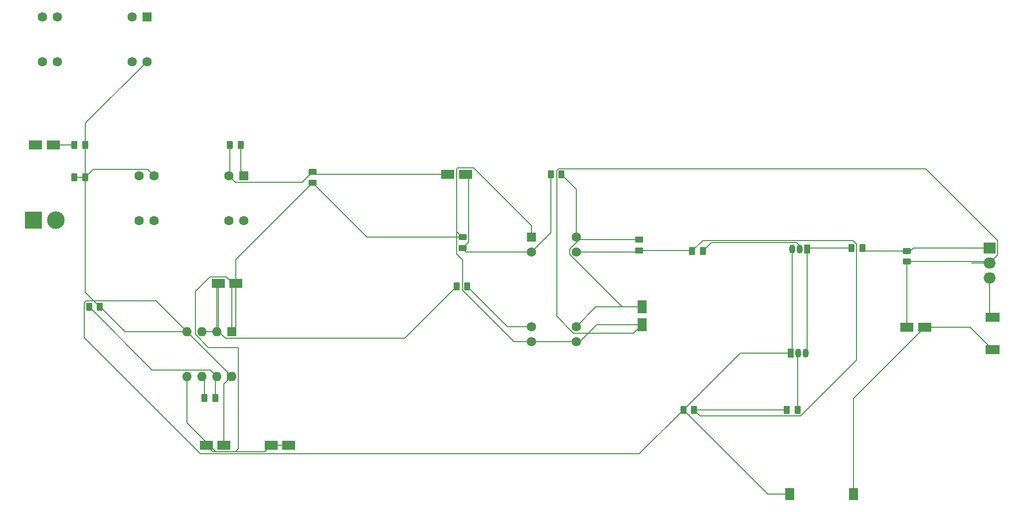
<source format=gbr>
%TF.GenerationSoftware,KiCad,Pcbnew,8.0.8*%
%TF.CreationDate,2026-01-13T22:52:37+05:30*%
%TF.ProjectId,pre audio amplifier,70726520-6175-4646-996f-20616d706c69,rev?*%
%TF.SameCoordinates,Original*%
%TF.FileFunction,Copper,L1,Top*%
%TF.FilePolarity,Positive*%
%FSLAX46Y46*%
G04 Gerber Fmt 4.6, Leading zero omitted, Abs format (unit mm)*
G04 Created by KiCad (PCBNEW 8.0.8) date 2026-01-13 22:52:37*
%MOMM*%
%LPD*%
G01*
G04 APERTURE LIST*
G04 Aperture macros list*
%AMRoundRect*
0 Rectangle with rounded corners*
0 $1 Rounding radius*
0 $2 $3 $4 $5 $6 $7 $8 $9 X,Y pos of 4 corners*
0 Add a 4 corners polygon primitive as box body*
4,1,4,$2,$3,$4,$5,$6,$7,$8,$9,$2,$3,0*
0 Add four circle primitives for the rounded corners*
1,1,$1+$1,$2,$3*
1,1,$1+$1,$4,$5*
1,1,$1+$1,$6,$7*
1,1,$1+$1,$8,$9*
0 Add four rect primitives between the rounded corners*
20,1,$1+$1,$2,$3,$4,$5,0*
20,1,$1+$1,$4,$5,$6,$7,0*
20,1,$1+$1,$6,$7,$8,$9,0*
20,1,$1+$1,$8,$9,$2,$3,0*%
G04 Aperture macros list end*
%TA.AperFunction,SMDPad,CuDef*%
%ADD10R,2.200000X1.600000*%
%TD*%
%TA.AperFunction,SMDPad,CuDef*%
%ADD11R,2.400000X1.500000*%
%TD*%
%TA.AperFunction,SMDPad,CuDef*%
%ADD12RoundRect,0.250000X-0.262500X-0.450000X0.262500X-0.450000X0.262500X0.450000X-0.262500X0.450000X0*%
%TD*%
%TA.AperFunction,SMDPad,CuDef*%
%ADD13RoundRect,0.250000X0.262500X0.450000X-0.262500X0.450000X-0.262500X-0.450000X0.262500X-0.450000X0*%
%TD*%
%TA.AperFunction,ComponentPad*%
%ADD14R,3.000000X3.000000*%
%TD*%
%TA.AperFunction,ComponentPad*%
%ADD15C,3.000000*%
%TD*%
%TA.AperFunction,ComponentPad*%
%ADD16R,1.050000X1.500000*%
%TD*%
%TA.AperFunction,ComponentPad*%
%ADD17O,1.050000X1.500000*%
%TD*%
%TA.AperFunction,SMDPad,CuDef*%
%ADD18RoundRect,0.250000X0.450000X-0.262500X0.450000X0.262500X-0.450000X0.262500X-0.450000X-0.262500X0*%
%TD*%
%TA.AperFunction,SMDPad,CuDef*%
%ADD19RoundRect,0.250000X-0.450000X0.262500X-0.450000X-0.262500X0.450000X-0.262500X0.450000X0.262500X0*%
%TD*%
%TA.AperFunction,ComponentPad*%
%ADD20R,1.600000X1.600000*%
%TD*%
%TA.AperFunction,ComponentPad*%
%ADD21C,1.600000*%
%TD*%
%TA.AperFunction,ComponentPad*%
%ADD22R,2.000000X1.905000*%
%TD*%
%TA.AperFunction,ComponentPad*%
%ADD23O,2.000000X1.905000*%
%TD*%
%TA.AperFunction,SMDPad,CuDef*%
%ADD24R,1.600000X2.200000*%
%TD*%
%TA.AperFunction,SMDPad,CuDef*%
%ADD25R,1.500000X2.000000*%
%TD*%
%TA.AperFunction,ComponentPad*%
%ADD26O,1.600000X1.600000*%
%TD*%
%TA.AperFunction,Conductor*%
%ADD27C,0.200000*%
%TD*%
G04 APERTURE END LIST*
D10*
%TO.P,C6,1*%
%TO.N,/v_out*%
X97000000Y-84500000D03*
%TO.P,C6,2*%
%TO.N,Net-(U5-+)*%
X100000000Y-84500000D03*
%TD*%
%TO.P,C8,1*%
%TO.N,/filter_out*%
X178000000Y-110500000D03*
%TO.P,C8,2*%
%TO.N,Earth*%
X175000000Y-110500000D03*
%TD*%
D11*
%TO.P,L1,1,1*%
%TO.N,/sw_out*%
X189500000Y-108750000D03*
%TO.P,L1,2,2*%
%TO.N,/filter_out*%
X189500000Y-114250000D03*
%TD*%
D10*
%TO.P,C3,1*%
%TO.N,Earth*%
X61000000Y-103000000D03*
%TO.P,C3,2*%
%TO.N,/tri_input*%
X58000000Y-103000000D03*
%TD*%
D12*
%TO.P,R16,1*%
%TO.N,/driver_out*%
X165587500Y-97000000D03*
%TO.P,R16,2*%
%TO.N,Net-(Q3-G)*%
X167412500Y-97000000D03*
%TD*%
D10*
%TO.P,C5,1*%
%TO.N,Earth*%
X56000000Y-130500000D03*
%TO.P,C5,2*%
%TO.N,/+12v*%
X59000000Y-130500000D03*
%TD*%
D13*
%TO.P,R7,1*%
%TO.N,Net-(U2-DIS)*%
X57500000Y-122500000D03*
%TO.P,R7,2*%
%TO.N,/tri_input*%
X55675000Y-122500000D03*
%TD*%
D10*
%TO.P,C1,1*%
%TO.N,Net-(J1-Pin_1)*%
X27000000Y-79500000D03*
%TO.P,C1,2*%
%TO.N,Net-(C1-Pad2)*%
X30000000Y-79500000D03*
%TD*%
%TO.P,C4,1*%
%TO.N,Earth*%
X67000000Y-130500000D03*
%TO.P,C4,2*%
X70000000Y-130500000D03*
%TD*%
D14*
%TO.P,J1,1,Pin_1*%
%TO.N,Net-(J1-Pin_1)*%
X26592500Y-92250000D03*
D15*
%TO.P,J1,2,Pin_2*%
%TO.N,/\u00B112v*%
X30472500Y-92250000D03*
%TD*%
D16*
%TO.P,Q2,1,C*%
%TO.N,/driver_out*%
X158040000Y-97140000D03*
D17*
%TO.P,Q2,2,B*%
%TO.N,Net-(Q2-B)*%
X156770000Y-97140000D03*
%TO.P,Q2,3,E*%
%TO.N,/+12v*%
X155500000Y-97140000D03*
%TD*%
D12*
%TO.P,R9,1*%
%TO.N,/tri_input*%
X98500000Y-103500000D03*
%TO.P,R9,2*%
%TO.N,Net-(U5--)*%
X100325000Y-103500000D03*
%TD*%
D18*
%TO.P,R17,1*%
%TO.N,Earth*%
X175000000Y-99325000D03*
%TO.P,R17,2*%
%TO.N,Net-(Q3-G)*%
X175000000Y-97500000D03*
%TD*%
D13*
%TO.P,R8,1*%
%TO.N,Net-(Q4-B)*%
X156412500Y-124500000D03*
%TO.P,R8,2*%
%TO.N,/PWM_NET*%
X154587500Y-124500000D03*
%TD*%
D12*
%TO.P,R13,1*%
%TO.N,/+12v*%
X137000000Y-124500000D03*
%TO.P,R13,2*%
%TO.N,/PWM_NET*%
X138825000Y-124500000D03*
%TD*%
D19*
%TO.P,R11,1*%
%TO.N,Earth*%
X99500000Y-95175000D03*
%TO.P,R11,2*%
%TO.N,Net-(U5-+)*%
X99500000Y-97000000D03*
%TD*%
%TO.P,R5,1*%
%TO.N,/v_out*%
X74000000Y-84087500D03*
%TO.P,R5,2*%
%TO.N,Earth*%
X74000000Y-85912500D03*
%TD*%
D20*
%TO.P,U3,1*%
%TO.N,N/C*%
X45890000Y-57690000D03*
D21*
%TO.P,U3,2*%
X43350000Y-57690000D03*
%TO.P,U3,3*%
X30650000Y-57690000D03*
%TO.P,U3,4,V-*%
%TO.N,/-12v*%
X28110000Y-57690000D03*
%TO.P,U3,5*%
%TO.N,N/C*%
X28110000Y-65310000D03*
%TO.P,U3,6*%
X30650000Y-65310000D03*
%TO.P,U3,7*%
X43350000Y-65310000D03*
%TO.P,U3,8,V+*%
%TO.N,/+12v*%
X45890000Y-65310000D03*
%TD*%
D20*
%TO.P,U5,1,GND*%
%TO.N,Earth*%
X111195000Y-95110000D03*
D21*
%TO.P,U5,2,+*%
%TO.N,Net-(U5-+)*%
X111195000Y-97650000D03*
%TO.P,U5,3,-*%
%TO.N,Net-(U5--)*%
X111195000Y-110350000D03*
%TO.P,U5,4,V-*%
%TO.N,Earth*%
X111195000Y-112890000D03*
%TO.P,U5,5,BAL*%
X118815000Y-112890000D03*
%TO.P,U5,6,STRB*%
%TO.N,/+5v*%
X118815000Y-110350000D03*
%TO.P,U5,7*%
%TO.N,/PWM_NET*%
X118815000Y-97650000D03*
%TO.P,U5,8,V+*%
%TO.N,/+5v*%
X118815000Y-95110000D03*
%TD*%
D12*
%TO.P,R15,1*%
%TO.N,/PWM_NET*%
X138500000Y-97500000D03*
%TO.P,R15,2*%
%TO.N,Net-(Q2-B)*%
X140325000Y-97500000D03*
%TD*%
%TO.P,R6,1*%
%TO.N,Net-(U2-DIS)*%
X36087500Y-107000000D03*
%TO.P,R6,2*%
%TO.N,/+12v*%
X37912500Y-107000000D03*
%TD*%
D13*
%TO.P,R1,1*%
%TO.N,Net-(R1-Pad1)*%
X61825000Y-79500000D03*
%TO.P,R1,2*%
%TO.N,/v_out*%
X60000000Y-79500000D03*
%TD*%
D16*
%TO.P,Q4,1,C*%
%TO.N,/+12v*%
X155230000Y-114860000D03*
D17*
%TO.P,Q4,2,B*%
%TO.N,Net-(Q4-B)*%
X156500000Y-114860000D03*
%TO.P,Q4,3,E*%
%TO.N,/driver_out*%
X157770000Y-114860000D03*
%TD*%
D12*
%TO.P,R10,1*%
%TO.N,Net-(U5-+)*%
X114500000Y-84500000D03*
%TO.P,R10,2*%
%TO.N,/+5v*%
X116325000Y-84500000D03*
%TD*%
D22*
%TO.P,Q3,1,G*%
%TO.N,Net-(Q3-G)*%
X189055000Y-96960000D03*
D23*
%TO.P,Q3,2,D*%
%TO.N,Earth*%
X189055000Y-99500000D03*
%TO.P,Q3,3,S*%
%TO.N,/sw_out*%
X189055000Y-102040000D03*
%TD*%
D24*
%TO.P,C7,1*%
%TO.N,Earth*%
X130000000Y-110000000D03*
%TO.P,C7,2*%
%TO.N,/+5v*%
X130000000Y-107000000D03*
%TD*%
D12*
%TO.P,R4,1*%
%TO.N,Net-(C1-Pad2)*%
X33587500Y-79500000D03*
%TO.P,R4,2*%
%TO.N,/+12v*%
X35412500Y-79500000D03*
%TD*%
D25*
%TO.P,LS1,1,1*%
%TO.N,/+12v*%
X155100000Y-138800000D03*
%TO.P,LS1,2,2*%
%TO.N,/filter_out*%
X165900000Y-138800000D03*
%TD*%
D12*
%TO.P,R3,1*%
%TO.N,/+12v*%
X33587500Y-85000000D03*
%TO.P,R3,2*%
X35412500Y-85000000D03*
%TD*%
D18*
%TO.P,R12,1*%
%TO.N,/PWM_NET*%
X129500000Y-97412500D03*
%TO.P,R12,2*%
%TO.N,/+5v*%
X129500000Y-95587500D03*
%TD*%
D20*
%TO.P,U4,1*%
%TO.N,Net-(R1-Pad1)*%
X62390000Y-84690000D03*
D21*
%TO.P,U4,2,-*%
%TO.N,/v_out*%
X59850000Y-84690000D03*
%TO.P,U4,3,+*%
%TO.N,/+12v*%
X47150000Y-84690000D03*
%TO.P,U4,4*%
%TO.N,N/C*%
X44610000Y-84690000D03*
%TO.P,U4,5*%
X44610000Y-92310000D03*
%TO.P,U4,6*%
X47150000Y-92310000D03*
%TO.P,U4,7*%
X59850000Y-92310000D03*
%TO.P,U4,8*%
X62390000Y-92310000D03*
%TD*%
D20*
%TO.P,U2,1,GND*%
%TO.N,Earth*%
X60300000Y-111200000D03*
D26*
%TO.P,U2,2,TR*%
%TO.N,/tri_input*%
X57760000Y-111200000D03*
%TO.P,U2,3,Q*%
X55220000Y-111200000D03*
%TO.P,U2,4,R*%
%TO.N,/+12v*%
X52680000Y-111200000D03*
%TO.P,U2,5,CV*%
%TO.N,Earth*%
X52680000Y-118820000D03*
%TO.P,U2,6,THR*%
%TO.N,/tri_input*%
X55220000Y-118820000D03*
%TO.P,U2,7,DIS*%
%TO.N,Net-(U2-DIS)*%
X57760000Y-118820000D03*
%TO.P,U2,8,VCC*%
%TO.N,/+12v*%
X60300000Y-118820000D03*
%TD*%
D27*
%TO.N,/+12v*%
X59560000Y-118080000D02*
X59560000Y-119560000D01*
X35275000Y-112275000D02*
X35275000Y-106315256D01*
X35412500Y-85000000D02*
X36822500Y-83590000D01*
X35412500Y-85000000D02*
X33587500Y-85000000D01*
X35412500Y-85000000D02*
X35412500Y-104500000D01*
X137000000Y-124500000D02*
X146640000Y-114860000D01*
X46050000Y-83590000D02*
X47150000Y-84690000D01*
X42200000Y-111200000D02*
X52680000Y-111200000D01*
X47480000Y-106000000D02*
X59560000Y-118080000D01*
X38000000Y-107000000D02*
X42200000Y-111200000D01*
X137000000Y-124500000D02*
X129500000Y-132000000D01*
X151300000Y-138800000D02*
X155100000Y-138800000D01*
X59000000Y-120120000D02*
X59560000Y-119560000D01*
X137327756Y-124500000D02*
X137000000Y-124500000D01*
X35412500Y-79500000D02*
X35412500Y-75787500D01*
X55000000Y-132000000D02*
X35275000Y-112275000D01*
X36822500Y-83590000D02*
X46050000Y-83590000D01*
X60300000Y-118820000D02*
X52680000Y-111200000D01*
X59560000Y-119560000D02*
X60300000Y-118820000D01*
X35275000Y-106315256D02*
X35590256Y-106000000D01*
X129500000Y-132000000D02*
X55000000Y-132000000D01*
X59000000Y-130500000D02*
X59000000Y-120120000D01*
X35412500Y-79500000D02*
X35412500Y-85000000D01*
X35412500Y-75787500D02*
X45890000Y-65310000D01*
X146640000Y-114860000D02*
X155230000Y-114860000D01*
X35412500Y-104500000D02*
X37912500Y-107000000D01*
X35590256Y-106000000D02*
X47480000Y-106000000D01*
X37912500Y-107000000D02*
X38000000Y-107000000D01*
X155500000Y-97140000D02*
X155500000Y-114590000D01*
X137000000Y-124500000D02*
X151300000Y-138800000D01*
X155500000Y-114590000D02*
X155230000Y-114860000D01*
%TO.N,/driver_out*%
X165587500Y-97000000D02*
X158180000Y-97000000D01*
X158180000Y-97000000D02*
X158040000Y-97140000D01*
X158040000Y-97140000D02*
X158040000Y-114590000D01*
X158040000Y-114590000D02*
X157770000Y-114860000D01*
%TO.N,Net-(Q2-B)*%
X141735000Y-96090000D02*
X140325000Y-97500000D01*
X156770000Y-96640000D02*
X156220000Y-96090000D01*
X156770000Y-97140000D02*
X156770000Y-96640000D01*
X156220000Y-96090000D02*
X141735000Y-96090000D01*
%TO.N,Earth*%
X59400000Y-101900000D02*
X60300000Y-102800000D01*
X61000000Y-98912500D02*
X74000000Y-85912500D01*
X189000000Y-100000000D02*
X189000000Y-99555000D01*
X101400000Y-83400000D02*
X111195000Y-93195000D01*
X118359365Y-111450000D02*
X115512500Y-108603135D01*
X118815000Y-112890000D02*
X119390000Y-112890000D01*
X115512500Y-83815256D02*
X115827756Y-83500000D01*
X83262500Y-95175000D02*
X74000000Y-85912500D01*
X130000000Y-110000000D02*
X128550000Y-111450000D01*
X57100000Y-131600000D02*
X56000000Y-130500000D01*
X99500000Y-95175000D02*
X83262500Y-95175000D01*
X70000000Y-130500000D02*
X67000000Y-130500000D01*
X52680000Y-118820000D02*
X52680000Y-126680000D01*
X57600000Y-131600000D02*
X60900000Y-131600000D01*
X189055000Y-99500000D02*
X186000000Y-99500000D01*
X61400000Y-113900000D02*
X56364365Y-113900000D01*
X189000000Y-99555000D02*
X189055000Y-99500000D01*
X98500000Y-94175000D02*
X99500000Y-95175000D01*
X61000000Y-103000000D02*
X61000000Y-110500000D01*
X108217756Y-112890000D02*
X99512500Y-104184744D01*
X175000000Y-99325000D02*
X188325000Y-99325000D01*
X54120000Y-111655635D02*
X54120000Y-104380000D01*
X175000000Y-99325000D02*
X175000000Y-110500000D01*
X65900000Y-131600000D02*
X57100000Y-131600000D01*
X98500000Y-98000000D02*
X98500000Y-83500000D01*
X67000000Y-130500000D02*
X65900000Y-131600000D01*
X56364365Y-113900000D02*
X54120000Y-111655635D01*
X178147500Y-83500000D02*
X190355000Y-95707500D01*
X52680000Y-126680000D02*
X57600000Y-131600000D01*
X61000000Y-103000000D02*
X61000000Y-98912500D01*
X188325000Y-99325000D02*
X189000000Y-100000000D01*
X122280000Y-110000000D02*
X130000000Y-110000000D01*
X111195000Y-112890000D02*
X108217756Y-112890000D01*
X119390000Y-112890000D02*
X122280000Y-110000000D01*
X56600000Y-101900000D02*
X59400000Y-101900000D01*
X128550000Y-111450000D02*
X118359365Y-111450000D01*
X99512500Y-99012500D02*
X98500000Y-98000000D01*
X61400000Y-131100000D02*
X61400000Y-113900000D01*
X115827756Y-83500000D02*
X178147500Y-83500000D01*
X111195000Y-93195000D02*
X111195000Y-95110000D01*
X99512500Y-104184744D02*
X99512500Y-99012500D01*
X61000000Y-110500000D02*
X60300000Y-111200000D01*
X190355000Y-98212500D02*
X189242500Y-99325000D01*
X60300000Y-102800000D02*
X60300000Y-111200000D01*
X115512500Y-108603135D02*
X115512500Y-83815256D01*
X98500000Y-83500000D02*
X98600000Y-83400000D01*
X60900000Y-131600000D02*
X61400000Y-131100000D01*
X118815000Y-112890000D02*
X111195000Y-112890000D01*
X189242500Y-99325000D02*
X175000000Y-99325000D01*
X54120000Y-104380000D02*
X56600000Y-101900000D01*
X98600000Y-83400000D02*
X101400000Y-83400000D01*
X190355000Y-95707500D02*
X190355000Y-98212500D01*
X98500000Y-83500000D02*
X98500000Y-94175000D01*
%TO.N,Net-(Q3-G)*%
X167912500Y-97500000D02*
X167412500Y-97000000D01*
X175000000Y-97500000D02*
X167912500Y-97500000D01*
X176040000Y-96960000D02*
X189055000Y-96960000D01*
X175000000Y-98000000D02*
X176040000Y-96960000D01*
X175000000Y-97500000D02*
X175000000Y-98000000D01*
%TO.N,/sw_out*%
X189055000Y-108305000D02*
X189500000Y-108750000D01*
X189055000Y-102040000D02*
X189055000Y-108305000D01*
%TO.N,/tri_input*%
X55220000Y-111200000D02*
X57760000Y-111200000D01*
X89700000Y-112300000D02*
X59200000Y-112300000D01*
X59200000Y-112300000D02*
X58000000Y-111100000D01*
X57760000Y-103240000D02*
X58000000Y-103000000D01*
X98500000Y-103500000D02*
X89700000Y-112300000D01*
X55675000Y-119275000D02*
X55220000Y-118820000D01*
X55675000Y-122500000D02*
X55675000Y-119275000D01*
X57760000Y-111200000D02*
X57760000Y-103240000D01*
X58000000Y-111100000D02*
X58000000Y-103000000D01*
%TO.N,Net-(U2-DIS)*%
X46807500Y-117720000D02*
X56660000Y-117720000D01*
X36087500Y-107000000D02*
X46807500Y-117720000D01*
X57500000Y-122500000D02*
X57500000Y-119080000D01*
X56660000Y-117720000D02*
X57760000Y-118820000D01*
X57500000Y-119080000D02*
X57760000Y-118820000D01*
%TO.N,Net-(C1-Pad2)*%
X33587500Y-79500000D02*
X30000000Y-79500000D01*
%TO.N,/v_out*%
X74000000Y-84087500D02*
X72297500Y-85790000D01*
X97000000Y-84500000D02*
X74412500Y-84500000D01*
X72297500Y-85790000D02*
X60950000Y-85790000D01*
X60950000Y-85790000D02*
X59850000Y-84690000D01*
X60000000Y-79500000D02*
X60000000Y-84540000D01*
X60000000Y-84540000D02*
X59850000Y-84690000D01*
X74412500Y-84500000D02*
X74000000Y-84087500D01*
%TO.N,/+5v*%
X118815000Y-95110000D02*
X118815000Y-86990000D01*
X126609365Y-107000000D02*
X117715000Y-98105635D01*
X117715000Y-97194365D02*
X119321865Y-95587500D01*
X122165000Y-107000000D02*
X118815000Y-110350000D01*
X118815000Y-86990000D02*
X116325000Y-84500000D01*
X119321865Y-95587500D02*
X129500000Y-95587500D01*
X119292500Y-95587500D02*
X118815000Y-95110000D01*
X129500000Y-95587500D02*
X119292500Y-95587500D01*
X117715000Y-98105635D02*
X117715000Y-97194365D01*
X130000000Y-107000000D02*
X122165000Y-107000000D01*
X130000000Y-107000000D02*
X126609365Y-107000000D01*
%TO.N,/filter_out*%
X165900000Y-138800000D02*
X165900000Y-122600000D01*
X185750000Y-110500000D02*
X189500000Y-114250000D01*
X178000000Y-110500000D02*
X185750000Y-110500000D01*
X165900000Y-122600000D02*
X178000000Y-110500000D01*
%TO.N,Net-(R1-Pad1)*%
X61825000Y-83825000D02*
X61825000Y-79500000D01*
X62390000Y-84610000D02*
X62500000Y-84500000D01*
X62500000Y-84500000D02*
X61825000Y-83825000D01*
X62390000Y-84690000D02*
X62390000Y-84610000D01*
%TO.N,/PWM_NET*%
X156909744Y-125500000D02*
X139825000Y-125500000D01*
X166400000Y-96315256D02*
X166400000Y-116009744D01*
X140310000Y-95690000D02*
X165774744Y-95690000D01*
X138412500Y-97412500D02*
X138500000Y-97500000D01*
X166400000Y-116009744D02*
X156909744Y-125500000D01*
X129412500Y-97412500D02*
X129175000Y-97650000D01*
X165774744Y-95690000D02*
X166400000Y-96315256D01*
X139825000Y-125500000D02*
X138825000Y-124500000D01*
X129500000Y-97412500D02*
X129412500Y-97412500D01*
X129175000Y-97650000D02*
X118815000Y-97650000D01*
X129500000Y-97412500D02*
X138412500Y-97412500D01*
X138825000Y-124500000D02*
X154587500Y-124500000D01*
X138500000Y-97500000D02*
X140310000Y-95690000D01*
%TO.N,Net-(U5-+)*%
X111195000Y-97650000D02*
X100150000Y-97650000D01*
X114500000Y-84500000D02*
X114500000Y-94345000D01*
X100500000Y-96000000D02*
X100500000Y-85000000D01*
X100150000Y-97650000D02*
X99500000Y-97000000D01*
X114500000Y-94345000D02*
X111195000Y-97650000D01*
X100500000Y-85000000D02*
X100000000Y-84500000D01*
X99500000Y-97000000D02*
X100500000Y-96000000D01*
%TO.N,Net-(U5--)*%
X111195000Y-110350000D02*
X107175000Y-110350000D01*
X107175000Y-110350000D02*
X100325000Y-103500000D01*
%TO.N,Net-(Q4-B)*%
X156412500Y-114947500D02*
X156500000Y-114860000D01*
X156412500Y-124500000D02*
X156412500Y-114947500D01*
%TD*%
M02*

</source>
